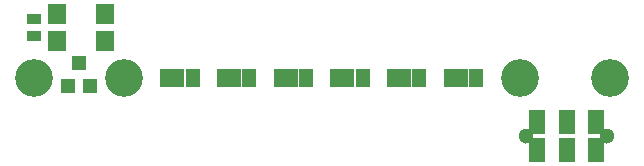
<source format=gbr>
G04 #@! TF.FileFunction,Soldermask,Top*
%FSLAX46Y46*%
G04 Gerber Fmt 4.6, Leading zero omitted, Abs format (unit mm)*
G04 Created by KiCad (PCBNEW 4.0.7) date 11/27/17 08:52:46*
%MOMM*%
%LPD*%
G01*
G04 APERTURE LIST*
%ADD10C,0.100000*%
%ADD11C,3.194000*%
%ADD12R,2.050000X1.540000*%
%ADD13R,1.300000X1.540000*%
%ADD14R,1.500000X1.750000*%
%ADD15R,1.200000X1.300000*%
%ADD16R,1.300000X0.900000*%
%ADD17R,1.400000X2.000000*%
%ADD18C,1.300000*%
G04 APERTURE END LIST*
D10*
D11*
X188230000Y-112900000D03*
X195850000Y-112900000D03*
X229378000Y-112900000D03*
X236998000Y-112900000D03*
D12*
X223925000Y-112900000D03*
D13*
X225650000Y-112900000D03*
D12*
X219125000Y-112900000D03*
D13*
X220850000Y-112900000D03*
D12*
X214325000Y-112900000D03*
D13*
X216050000Y-112900000D03*
D12*
X209525000Y-112900000D03*
D13*
X211250000Y-112900000D03*
D12*
X204725000Y-112900000D03*
D13*
X206450000Y-112900000D03*
D12*
X199925000Y-112900000D03*
D13*
X201650000Y-112900000D03*
D14*
X190150000Y-109725000D03*
X194250000Y-109725000D03*
X194250000Y-107475000D03*
X190150000Y-107475000D03*
D15*
X191050000Y-113600000D03*
X192950000Y-113600000D03*
X192000000Y-111600000D03*
D16*
X188200000Y-107850000D03*
X188200000Y-109350000D03*
D17*
X230800000Y-116600000D03*
X233300000Y-116600000D03*
X235800000Y-116600000D03*
X230800000Y-119000000D03*
X233300000Y-119000000D03*
X235800000Y-119000000D03*
D18*
X229900000Y-117800000D03*
X236700000Y-117800000D03*
M02*

</source>
